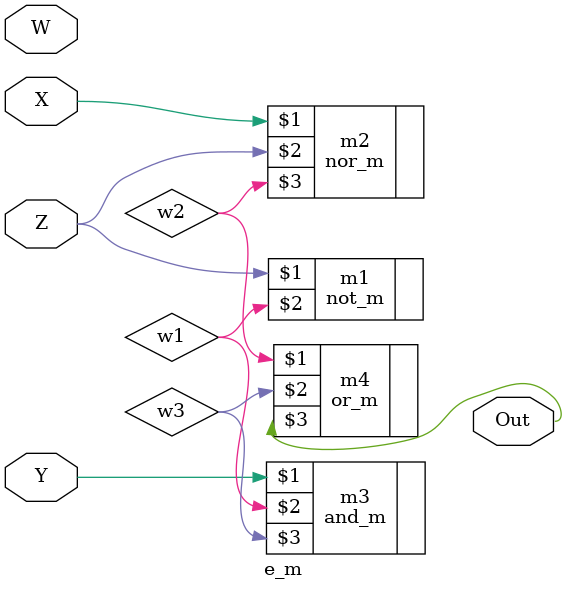
<source format=v>
module e_m(W,X,Y,Z,Out);

input W,X,Y,Z;
output Out;

wire w1,w2,w3;

not_m m1(Z,w1);
nor_m m2(X,Z,w2);
and_m m3(Y,w1,w3);

or_m m4(w2,w3,Out);

endmodule

</source>
